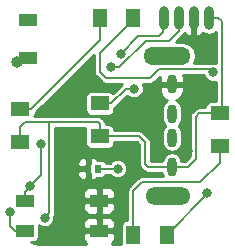
<source format=gbr>
G04 #@! TF.GenerationSoftware,KiCad,Pcbnew,(5.0.2)-1*
G04 #@! TF.CreationDate,2019-08-16T13:34:43+08:00*
G04 #@! TF.ProjectId,IRMQTT,49524d51-5454-42e6-9b69-6361645f7063,rev?*
G04 #@! TF.SameCoordinates,Original*
G04 #@! TF.FileFunction,Copper,L1,Top*
G04 #@! TF.FilePolarity,Positive*
%FSLAX46Y46*%
G04 Gerber Fmt 4.6, Leading zero omitted, Abs format (unit mm)*
G04 Created by KiCad (PCBNEW (5.0.2)-1) date 2019-08-16 13:34:43*
%MOMM*%
%LPD*%
G01*
G04 APERTURE LIST*
G04 #@! TA.AperFunction,SMDPad,CuDef*
%ADD10R,1.500000X1.000000*%
G04 #@! TD*
G04 #@! TA.AperFunction,SMDPad,CuDef*
%ADD11O,0.800000X2.000000*%
G04 #@! TD*
G04 #@! TA.AperFunction,SMDPad,CuDef*
%ADD12R,0.600000X0.650000*%
G04 #@! TD*
G04 #@! TA.AperFunction,ComponentPad*
%ADD13O,1.000000X1.000000*%
G04 #@! TD*
G04 #@! TA.AperFunction,SMDPad,CuDef*
%ADD14R,1.500000X1.100000*%
G04 #@! TD*
G04 #@! TA.AperFunction,SMDPad,CuDef*
%ADD15R,1.600000X1.200000*%
G04 #@! TD*
G04 #@! TA.AperFunction,SMDPad,CuDef*
%ADD16R,1.200000X1.600000*%
G04 #@! TD*
G04 #@! TA.AperFunction,ComponentPad*
%ADD17O,4.000000X1.500000*%
G04 #@! TD*
G04 #@! TA.AperFunction,ComponentPad*
%ADD18O,3.800000X1.500000*%
G04 #@! TD*
G04 #@! TA.AperFunction,ComponentPad*
%ADD19O,0.800000X1.600000*%
G04 #@! TD*
G04 #@! TA.AperFunction,ViaPad*
%ADD20C,0.800000*%
G04 #@! TD*
G04 #@! TA.AperFunction,Conductor*
%ADD21C,0.160000*%
G04 #@! TD*
G04 #@! TA.AperFunction,Conductor*
%ADD22C,0.300000*%
G04 #@! TD*
G04 #@! TA.AperFunction,Conductor*
%ADD23C,0.254000*%
G04 #@! TD*
G04 APERTURE END LIST*
D10*
G04 #@! TO.P,WI,1*
G04 #@! TO.N,Net-(U1-Pad1)*
X64739520Y-50728880D03*
G04 #@! TO.P,WI,2*
G04 #@! TO.N,Net-(WI1-Pad2)*
X64739520Y-47528880D03*
G04 #@! TD*
D11*
G04 #@! TO.P,J1,4*
G04 #@! TO.N,VCC*
X80068420Y-47355760D03*
G04 #@! TO.P,J1,3*
G04 #@! TO.N,GND*
X78798420Y-47355760D03*
G04 #@! TO.P,J1,2*
G04 #@! TO.N,TX*
X77528420Y-47355760D03*
G04 #@! TO.P,J1,1*
G04 #@! TO.N,RX*
X76258420Y-47355760D03*
G04 #@! TD*
D12*
G04 #@! TO.P,R3,1*
G04 #@! TO.N,D3*
X70696640Y-60104020D03*
G04 #@! TO.P,R3,2*
G04 #@! TO.N,GND*
X69846640Y-60104020D03*
G04 #@! TD*
D13*
G04 #@! TO.P,U1,1*
G04 #@! TO.N,Net-(U1-Pad1)*
X63792280Y-51071020D03*
G04 #@! TD*
D14*
G04 #@! TO.P,IRFT1,3*
G04 #@! TO.N,D5*
X64470280Y-62816740D03*
G04 #@! TO.P,IRFT1,2*
G04 #@! TO.N,GND*
X70770280Y-62816740D03*
G04 #@! TO.P,IRFT1,4*
G04 #@! TO.N,Net-(IRFT1-Pad4)*
X64470280Y-65356740D03*
G04 #@! TO.P,IRFT1,1*
G04 #@! TO.N,GND*
X70770280Y-65356740D03*
G04 #@! TD*
D15*
G04 #@! TO.P,D6,2*
G04 #@! TO.N,Net-(D4-Pad1)*
X81003140Y-58230420D03*
G04 #@! TO.P,D6,1*
G04 #@! TO.N,VCC*
X81003140Y-55430420D03*
G04 #@! TD*
D16*
G04 #@! TO.P,D4,1*
G04 #@! TO.N,Net-(D4-Pad1)*
X73685400Y-65699640D03*
G04 #@! TO.P,D4,2*
G04 #@! TO.N,Net-(D4-Pad2)*
X76485400Y-65699640D03*
G04 #@! TD*
G04 #@! TO.P,D3,2*
G04 #@! TO.N,Net-(D3-Pad2)*
X73617740Y-47386240D03*
G04 #@! TO.P,D3,1*
G04 #@! TO.N,Net-(D3-Pad1)*
X70817740Y-47386240D03*
G04 #@! TD*
D15*
G04 #@! TO.P,D5,2*
G04 #@! TO.N,Net-(D3-Pad1)*
X64076580Y-55020560D03*
G04 #@! TO.P,D5,1*
G04 #@! TO.N,VCC*
X64076580Y-57820560D03*
G04 #@! TD*
D17*
G04 #@! TO.P,J2,5*
G04 #@! TO.N,Net-(J2-Pad5)*
X76549980Y-50557940D03*
D18*
X76585540Y-62452760D03*
D19*
G04 #@! TO.P,J2,4*
G04 #@! TO.N,GND*
X76928980Y-52973600D03*
G04 #@! TO.P,J2,1*
G04 #@! TO.N,VCC*
X76928980Y-59973600D03*
G04 #@! TO.P,J2,3*
G04 #@! TO.N,Net-(J2-Pad3)*
X76928980Y-55473600D03*
G04 #@! TO.P,J2,2*
G04 #@! TO.N,Net-(J2-Pad2)*
X76928980Y-57473600D03*
G04 #@! TD*
D15*
G04 #@! TO.P,D2,2*
G04 #@! TO.N,Net-(D2-Pad2)*
X70832980Y-54583680D03*
G04 #@! TO.P,D2,1*
G04 #@! TO.N,VCC*
X70832980Y-57383680D03*
G04 #@! TD*
D20*
G04 #@! TO.N,GND*
X80225900Y-49212500D03*
X78285340Y-58613040D03*
X69011800Y-55181500D03*
X73685400Y-58488580D03*
X68089780Y-63119000D03*
G04 #@! TO.N,VCC*
X66161920Y-64244220D03*
G04 #@! TO.N,Net-(D3-Pad2)*
X80462120Y-51963320D03*
G04 #@! TO.N,Net-(D4-Pad2)*
X79903320Y-62136020D03*
G04 #@! TO.N,Net-(D2-Pad2)*
X73728580Y-53334920D03*
G04 #@! TO.N,D5*
X65839340Y-57988200D03*
X64930020Y-61597539D03*
G04 #@! TO.N,Net-(IRFT1-Pad4)*
X63262095Y-63754142D03*
G04 #@! TO.N,TX*
X71777860Y-51495960D03*
G04 #@! TO.N,RX*
X72621140Y-50360592D03*
G04 #@! TO.N,D3*
X72339200Y-60096400D03*
G04 #@! TD*
D21*
G04 #@! TO.N,VCC*
X74670920Y-59717940D02*
X74926580Y-59973600D01*
X66561919Y-63844221D02*
X66561919Y-56180939D01*
X74926580Y-59973600D02*
X78281140Y-59973600D01*
X81142121Y-55291439D02*
X81003140Y-55430420D01*
X70660260Y-56156860D02*
X70832980Y-56329580D01*
X74162920Y-57383680D02*
X74670920Y-57891680D01*
X70832980Y-56329580D02*
X70832980Y-57383680D01*
X77342120Y-59973600D02*
X77081380Y-59973600D01*
X66161920Y-64244220D02*
X66561919Y-63844221D01*
X79253080Y-55430420D02*
X81003140Y-55430420D01*
X78966060Y-55717440D02*
X79253080Y-55430420D01*
X70832980Y-57383680D02*
X74162920Y-57383680D01*
X74670920Y-57891680D02*
X74670920Y-59717940D01*
X78966060Y-59288680D02*
X78966060Y-55717440D01*
X64472820Y-56156860D02*
X66537840Y-56156860D01*
X64076580Y-57820560D02*
X64076580Y-56553100D01*
X81142121Y-47639521D02*
X81142121Y-55291439D01*
X66561919Y-56180939D02*
X66537840Y-56156860D01*
X79728060Y-47365920D02*
X80868520Y-47365920D01*
X80868520Y-47365920D02*
X81142121Y-47639521D01*
X64076580Y-56553100D02*
X64472820Y-56156860D01*
X78281140Y-59973600D02*
X78966060Y-59288680D01*
X66537840Y-56156860D02*
X70660260Y-56156860D01*
X80803140Y-55430420D02*
X81003140Y-55430420D01*
D22*
G04 #@! TO.N,Net-(U1-Pad1)*
X64051540Y-51071020D02*
X64648080Y-50474480D01*
X63792280Y-51071020D02*
X64051540Y-51071020D01*
D21*
G04 #@! TO.N,Net-(D3-Pad2)*
X80462120Y-51963320D02*
X80195420Y-51696620D01*
X73617740Y-47526167D02*
X73617740Y-47386240D01*
X70830440Y-50313467D02*
X73617740Y-47526167D01*
X80195420Y-51696620D02*
X75834240Y-51696620D01*
X70830440Y-51892200D02*
X70830440Y-50313467D01*
X75087480Y-52443380D02*
X71381620Y-52443380D01*
X75834240Y-51696620D02*
X75087480Y-52443380D01*
X71381620Y-52443380D02*
X70830440Y-51892200D01*
G04 #@! TO.N,Net-(D3-Pad1)*
X64076580Y-55020560D02*
X63916560Y-54860540D01*
X65045240Y-55020560D02*
X64076580Y-55020560D01*
X70827023Y-49238777D02*
X65045240Y-55020560D01*
X70827023Y-47395523D02*
X70827023Y-49238777D01*
X63916560Y-54860540D02*
X63916560Y-54675120D01*
X70817740Y-47386240D02*
X70827023Y-47395523D01*
G04 #@! TO.N,Net-(D4-Pad1)*
X73685400Y-61963300D02*
X74404220Y-61244480D01*
X81003140Y-59596020D02*
X81003140Y-58230420D01*
X79354680Y-61244480D02*
X81003140Y-59596020D01*
X74404220Y-61244480D02*
X79354680Y-61244480D01*
X74033380Y-65664080D02*
X73685400Y-65664080D01*
X73685400Y-65664080D02*
X73685400Y-61963300D01*
G04 #@! TO.N,Net-(D4-Pad2)*
X76485400Y-65699640D02*
X79903320Y-62281720D01*
X79903320Y-62136020D02*
X79903320Y-62136020D01*
X79903320Y-62281720D02*
X79903320Y-62136020D01*
G04 #@! TO.N,Net-(D2-Pad2)*
X73728580Y-53334920D02*
X73797160Y-53334920D01*
X71792980Y-54583680D02*
X73041740Y-53334920D01*
X70832980Y-54583680D02*
X71792980Y-54583680D01*
X73041740Y-53334920D02*
X73728580Y-53334920D01*
G04 #@! TO.N,D5*
X64470280Y-62816740D02*
X64470280Y-62057279D01*
X64470280Y-62057279D02*
X64930020Y-61597539D01*
X64930020Y-61597539D02*
X65852040Y-60675519D01*
X65852040Y-60675519D02*
X65852040Y-58000900D01*
X65852040Y-58000900D02*
X65839340Y-57988200D01*
G04 #@! TO.N,Net-(IRFT1-Pad4)*
X63262095Y-63754142D02*
X63262095Y-64948655D01*
X63262095Y-64948655D02*
X63670180Y-65356740D01*
X63670180Y-65356740D02*
X64470280Y-65356740D01*
G04 #@! TO.N,TX*
X74730009Y-49262631D02*
X72499220Y-51493420D01*
X77528420Y-48420020D02*
X76685809Y-49262631D01*
X71780400Y-51493420D02*
X71777860Y-51495960D01*
X72499220Y-51493420D02*
X71780400Y-51493420D01*
X76685809Y-49262631D02*
X74730009Y-49262631D01*
X77528420Y-47365920D02*
X77528420Y-48420020D01*
G04 #@! TO.N,RX*
X75836780Y-48902620D02*
X74079112Y-48902620D01*
X76258420Y-47355760D02*
X76172060Y-47442120D01*
X76172060Y-47442120D02*
X76172060Y-48567340D01*
X74079112Y-48902620D02*
X72621140Y-50360592D01*
X76172060Y-48567340D02*
X75836780Y-48902620D01*
G04 #@! TO.N,D3*
X70696640Y-60104020D02*
X72331580Y-60104020D01*
X72331580Y-60104020D02*
X72339200Y-60096400D01*
X72339200Y-60096400D02*
X72339200Y-60096400D01*
G04 #@! TD*
D23*
G04 #@! TO.N,GND*
G36*
X69597615Y-56783680D02*
X69597615Y-57983680D01*
X69630755Y-58150287D01*
X69725130Y-58291530D01*
X69866373Y-58385905D01*
X70032980Y-58419045D01*
X71632980Y-58419045D01*
X71799587Y-58385905D01*
X71940830Y-58291530D01*
X72035205Y-58150287D01*
X72068345Y-57983680D01*
X72068345Y-57890680D01*
X73952914Y-57890680D01*
X74163920Y-58101686D01*
X74163921Y-59668009D01*
X74153989Y-59717940D01*
X74163921Y-59767872D01*
X74166498Y-59780825D01*
X74193338Y-59915761D01*
X74223931Y-59961546D01*
X74305395Y-60083466D01*
X74347725Y-60111750D01*
X74532768Y-60296793D01*
X74561054Y-60339126D01*
X74728759Y-60451183D01*
X74876648Y-60480600D01*
X74876653Y-60480600D01*
X74926580Y-60490531D01*
X74976507Y-60480600D01*
X76107063Y-60480600D01*
X76149964Y-60696278D01*
X76177494Y-60737480D01*
X74454147Y-60737480D01*
X74404220Y-60727549D01*
X74354293Y-60737480D01*
X74354288Y-60737480D01*
X74206399Y-60766897D01*
X74038694Y-60878954D01*
X74010410Y-60921284D01*
X73362205Y-61569490D01*
X73319875Y-61597774D01*
X73207818Y-61765479D01*
X73188119Y-61864515D01*
X73168469Y-61963300D01*
X73178401Y-62013231D01*
X73178400Y-64464275D01*
X73085400Y-64464275D01*
X72918793Y-64497415D01*
X72777550Y-64591790D01*
X72683175Y-64733033D01*
X72650035Y-64899640D01*
X72650035Y-66447320D01*
X71874539Y-66447320D01*
X71879978Y-66445067D01*
X72058607Y-66266439D01*
X72155280Y-66033050D01*
X72155280Y-65642490D01*
X71996530Y-65483740D01*
X70897280Y-65483740D01*
X70897280Y-65503740D01*
X70643280Y-65503740D01*
X70643280Y-65483740D01*
X69544030Y-65483740D01*
X69385280Y-65642490D01*
X69385280Y-66033050D01*
X69481953Y-66266439D01*
X69660582Y-66445067D01*
X69666021Y-66447320D01*
X65585574Y-66447320D01*
X65015714Y-66342105D01*
X65220280Y-66342105D01*
X65386887Y-66308965D01*
X65528130Y-66214590D01*
X65622505Y-66073347D01*
X65655645Y-65906740D01*
X65655645Y-64907500D01*
X65693462Y-64945317D01*
X65997419Y-65071220D01*
X66326421Y-65071220D01*
X66630378Y-64945317D01*
X66863017Y-64712678D01*
X66876374Y-64680430D01*
X69385280Y-64680430D01*
X69385280Y-65070990D01*
X69544030Y-65229740D01*
X70643280Y-65229740D01*
X70643280Y-64330490D01*
X70897280Y-64330490D01*
X70897280Y-65229740D01*
X71996530Y-65229740D01*
X72155280Y-65070990D01*
X72155280Y-64680430D01*
X72058607Y-64447041D01*
X71879978Y-64268413D01*
X71646589Y-64171740D01*
X71056030Y-64171740D01*
X70897280Y-64330490D01*
X70643280Y-64330490D01*
X70484530Y-64171740D01*
X69893971Y-64171740D01*
X69660582Y-64268413D01*
X69481953Y-64447041D01*
X69385280Y-64680430D01*
X66876374Y-64680430D01*
X66988920Y-64408721D01*
X66988920Y-64117743D01*
X67039502Y-64042042D01*
X67068919Y-63894153D01*
X67068919Y-63894149D01*
X67078850Y-63844222D01*
X67068919Y-63794295D01*
X67068919Y-63102490D01*
X69385280Y-63102490D01*
X69385280Y-63493050D01*
X69481953Y-63726439D01*
X69660582Y-63905067D01*
X69893971Y-64001740D01*
X70484530Y-64001740D01*
X70643280Y-63842990D01*
X70643280Y-62943740D01*
X70897280Y-62943740D01*
X70897280Y-63842990D01*
X71056030Y-64001740D01*
X71646589Y-64001740D01*
X71879978Y-63905067D01*
X72058607Y-63726439D01*
X72155280Y-63493050D01*
X72155280Y-63102490D01*
X71996530Y-62943740D01*
X70897280Y-62943740D01*
X70643280Y-62943740D01*
X69544030Y-62943740D01*
X69385280Y-63102490D01*
X67068919Y-63102490D01*
X67068919Y-62140430D01*
X69385280Y-62140430D01*
X69385280Y-62530990D01*
X69544030Y-62689740D01*
X70643280Y-62689740D01*
X70643280Y-61790490D01*
X70897280Y-61790490D01*
X70897280Y-62689740D01*
X71996530Y-62689740D01*
X72155280Y-62530990D01*
X72155280Y-62140430D01*
X72058607Y-61907041D01*
X71879978Y-61728413D01*
X71646589Y-61631740D01*
X71056030Y-61631740D01*
X70897280Y-61790490D01*
X70643280Y-61790490D01*
X70484530Y-61631740D01*
X69893971Y-61631740D01*
X69660582Y-61728413D01*
X69481953Y-61907041D01*
X69385280Y-62140430D01*
X67068919Y-62140430D01*
X67068919Y-60389770D01*
X68911640Y-60389770D01*
X68911640Y-60555330D01*
X69008313Y-60788719D01*
X69186942Y-60967347D01*
X69420331Y-61064020D01*
X69560890Y-61064020D01*
X69719640Y-60905270D01*
X69719640Y-60231020D01*
X69070390Y-60231020D01*
X68911640Y-60389770D01*
X67068919Y-60389770D01*
X67068919Y-59652710D01*
X68911640Y-59652710D01*
X68911640Y-59818270D01*
X69070390Y-59977020D01*
X69719640Y-59977020D01*
X69719640Y-59779020D01*
X69961275Y-59779020D01*
X69961275Y-60429020D01*
X69973640Y-60491183D01*
X69973640Y-60905270D01*
X70132390Y-61064020D01*
X70272949Y-61064020D01*
X70506338Y-60967347D01*
X70609301Y-60864385D01*
X70996640Y-60864385D01*
X71163247Y-60831245D01*
X71304490Y-60736870D01*
X71388580Y-60611020D01*
X71684265Y-60611020D01*
X71870742Y-60797497D01*
X72174699Y-60923400D01*
X72503701Y-60923400D01*
X72807658Y-60797497D01*
X73040297Y-60564858D01*
X73166200Y-60260901D01*
X73166200Y-59931899D01*
X73040297Y-59627942D01*
X72807658Y-59395303D01*
X72503701Y-59269400D01*
X72174699Y-59269400D01*
X71870742Y-59395303D01*
X71669025Y-59597020D01*
X71388580Y-59597020D01*
X71304490Y-59471170D01*
X71163247Y-59376795D01*
X70996640Y-59343655D01*
X70609301Y-59343655D01*
X70506338Y-59240693D01*
X70272949Y-59144020D01*
X70132390Y-59144020D01*
X69973640Y-59302770D01*
X69973640Y-59716857D01*
X69961275Y-59779020D01*
X69719640Y-59779020D01*
X69719640Y-59302770D01*
X69560890Y-59144020D01*
X69420331Y-59144020D01*
X69186942Y-59240693D01*
X69008313Y-59419321D01*
X68911640Y-59652710D01*
X67068919Y-59652710D01*
X67068919Y-56663860D01*
X69621449Y-56663860D01*
X69597615Y-56783680D01*
X69597615Y-56783680D01*
G37*
X69597615Y-56783680D02*
X69597615Y-57983680D01*
X69630755Y-58150287D01*
X69725130Y-58291530D01*
X69866373Y-58385905D01*
X70032980Y-58419045D01*
X71632980Y-58419045D01*
X71799587Y-58385905D01*
X71940830Y-58291530D01*
X72035205Y-58150287D01*
X72068345Y-57983680D01*
X72068345Y-57890680D01*
X73952914Y-57890680D01*
X74163920Y-58101686D01*
X74163921Y-59668009D01*
X74153989Y-59717940D01*
X74163921Y-59767872D01*
X74166498Y-59780825D01*
X74193338Y-59915761D01*
X74223931Y-59961546D01*
X74305395Y-60083466D01*
X74347725Y-60111750D01*
X74532768Y-60296793D01*
X74561054Y-60339126D01*
X74728759Y-60451183D01*
X74876648Y-60480600D01*
X74876653Y-60480600D01*
X74926580Y-60490531D01*
X74976507Y-60480600D01*
X76107063Y-60480600D01*
X76149964Y-60696278D01*
X76177494Y-60737480D01*
X74454147Y-60737480D01*
X74404220Y-60727549D01*
X74354293Y-60737480D01*
X74354288Y-60737480D01*
X74206399Y-60766897D01*
X74038694Y-60878954D01*
X74010410Y-60921284D01*
X73362205Y-61569490D01*
X73319875Y-61597774D01*
X73207818Y-61765479D01*
X73188119Y-61864515D01*
X73168469Y-61963300D01*
X73178401Y-62013231D01*
X73178400Y-64464275D01*
X73085400Y-64464275D01*
X72918793Y-64497415D01*
X72777550Y-64591790D01*
X72683175Y-64733033D01*
X72650035Y-64899640D01*
X72650035Y-66447320D01*
X71874539Y-66447320D01*
X71879978Y-66445067D01*
X72058607Y-66266439D01*
X72155280Y-66033050D01*
X72155280Y-65642490D01*
X71996530Y-65483740D01*
X70897280Y-65483740D01*
X70897280Y-65503740D01*
X70643280Y-65503740D01*
X70643280Y-65483740D01*
X69544030Y-65483740D01*
X69385280Y-65642490D01*
X69385280Y-66033050D01*
X69481953Y-66266439D01*
X69660582Y-66445067D01*
X69666021Y-66447320D01*
X65585574Y-66447320D01*
X65015714Y-66342105D01*
X65220280Y-66342105D01*
X65386887Y-66308965D01*
X65528130Y-66214590D01*
X65622505Y-66073347D01*
X65655645Y-65906740D01*
X65655645Y-64907500D01*
X65693462Y-64945317D01*
X65997419Y-65071220D01*
X66326421Y-65071220D01*
X66630378Y-64945317D01*
X66863017Y-64712678D01*
X66876374Y-64680430D01*
X69385280Y-64680430D01*
X69385280Y-65070990D01*
X69544030Y-65229740D01*
X70643280Y-65229740D01*
X70643280Y-64330490D01*
X70897280Y-64330490D01*
X70897280Y-65229740D01*
X71996530Y-65229740D01*
X72155280Y-65070990D01*
X72155280Y-64680430D01*
X72058607Y-64447041D01*
X71879978Y-64268413D01*
X71646589Y-64171740D01*
X71056030Y-64171740D01*
X70897280Y-64330490D01*
X70643280Y-64330490D01*
X70484530Y-64171740D01*
X69893971Y-64171740D01*
X69660582Y-64268413D01*
X69481953Y-64447041D01*
X69385280Y-64680430D01*
X66876374Y-64680430D01*
X66988920Y-64408721D01*
X66988920Y-64117743D01*
X67039502Y-64042042D01*
X67068919Y-63894153D01*
X67068919Y-63894149D01*
X67078850Y-63844222D01*
X67068919Y-63794295D01*
X67068919Y-63102490D01*
X69385280Y-63102490D01*
X69385280Y-63493050D01*
X69481953Y-63726439D01*
X69660582Y-63905067D01*
X69893971Y-64001740D01*
X70484530Y-64001740D01*
X70643280Y-63842990D01*
X70643280Y-62943740D01*
X70897280Y-62943740D01*
X70897280Y-63842990D01*
X71056030Y-64001740D01*
X71646589Y-64001740D01*
X71879978Y-63905067D01*
X72058607Y-63726439D01*
X72155280Y-63493050D01*
X72155280Y-63102490D01*
X71996530Y-62943740D01*
X70897280Y-62943740D01*
X70643280Y-62943740D01*
X69544030Y-62943740D01*
X69385280Y-63102490D01*
X67068919Y-63102490D01*
X67068919Y-62140430D01*
X69385280Y-62140430D01*
X69385280Y-62530990D01*
X69544030Y-62689740D01*
X70643280Y-62689740D01*
X70643280Y-61790490D01*
X70897280Y-61790490D01*
X70897280Y-62689740D01*
X71996530Y-62689740D01*
X72155280Y-62530990D01*
X72155280Y-62140430D01*
X72058607Y-61907041D01*
X71879978Y-61728413D01*
X71646589Y-61631740D01*
X71056030Y-61631740D01*
X70897280Y-61790490D01*
X70643280Y-61790490D01*
X70484530Y-61631740D01*
X69893971Y-61631740D01*
X69660582Y-61728413D01*
X69481953Y-61907041D01*
X69385280Y-62140430D01*
X67068919Y-62140430D01*
X67068919Y-60389770D01*
X68911640Y-60389770D01*
X68911640Y-60555330D01*
X69008313Y-60788719D01*
X69186942Y-60967347D01*
X69420331Y-61064020D01*
X69560890Y-61064020D01*
X69719640Y-60905270D01*
X69719640Y-60231020D01*
X69070390Y-60231020D01*
X68911640Y-60389770D01*
X67068919Y-60389770D01*
X67068919Y-59652710D01*
X68911640Y-59652710D01*
X68911640Y-59818270D01*
X69070390Y-59977020D01*
X69719640Y-59977020D01*
X69719640Y-59779020D01*
X69961275Y-59779020D01*
X69961275Y-60429020D01*
X69973640Y-60491183D01*
X69973640Y-60905270D01*
X70132390Y-61064020D01*
X70272949Y-61064020D01*
X70506338Y-60967347D01*
X70609301Y-60864385D01*
X70996640Y-60864385D01*
X71163247Y-60831245D01*
X71304490Y-60736870D01*
X71388580Y-60611020D01*
X71684265Y-60611020D01*
X71870742Y-60797497D01*
X72174699Y-60923400D01*
X72503701Y-60923400D01*
X72807658Y-60797497D01*
X73040297Y-60564858D01*
X73166200Y-60260901D01*
X73166200Y-59931899D01*
X73040297Y-59627942D01*
X72807658Y-59395303D01*
X72503701Y-59269400D01*
X72174699Y-59269400D01*
X71870742Y-59395303D01*
X71669025Y-59597020D01*
X71388580Y-59597020D01*
X71304490Y-59471170D01*
X71163247Y-59376795D01*
X70996640Y-59343655D01*
X70609301Y-59343655D01*
X70506338Y-59240693D01*
X70272949Y-59144020D01*
X70132390Y-59144020D01*
X69973640Y-59302770D01*
X69973640Y-59716857D01*
X69961275Y-59779020D01*
X69719640Y-59779020D01*
X69719640Y-59302770D01*
X69560890Y-59144020D01*
X69420331Y-59144020D01*
X69186942Y-59240693D01*
X69008313Y-59419321D01*
X68911640Y-59652710D01*
X67068919Y-59652710D01*
X67068919Y-56663860D01*
X69621449Y-56663860D01*
X69597615Y-56783680D01*
G36*
X70323440Y-51842273D02*
X70313509Y-51892200D01*
X70323440Y-51942127D01*
X70323440Y-51942131D01*
X70352857Y-52090020D01*
X70464914Y-52257726D01*
X70507246Y-52286012D01*
X70987811Y-52766578D01*
X71016094Y-52808906D01*
X71058421Y-52837188D01*
X71058423Y-52837190D01*
X71141025Y-52892383D01*
X71183799Y-52920963D01*
X71331688Y-52950380D01*
X71331692Y-52950380D01*
X71381619Y-52960311D01*
X71431546Y-52950380D01*
X72704670Y-52950380D01*
X72676214Y-52969394D01*
X72647932Y-53011721D01*
X71958051Y-53701603D01*
X71940830Y-53675830D01*
X71799587Y-53581455D01*
X71632980Y-53548315D01*
X70032980Y-53548315D01*
X69866373Y-53581455D01*
X69725130Y-53675830D01*
X69630755Y-53817073D01*
X69597615Y-53983680D01*
X69597615Y-55183680D01*
X69630755Y-55350287D01*
X69725130Y-55491530D01*
X69866373Y-55585905D01*
X70032980Y-55619045D01*
X71632980Y-55619045D01*
X71799587Y-55585905D01*
X71940830Y-55491530D01*
X72035205Y-55350287D01*
X72068345Y-55183680D01*
X72068345Y-55009450D01*
X72158506Y-54949206D01*
X72186792Y-54906873D01*
X73158886Y-53934781D01*
X73260122Y-54036017D01*
X73564079Y-54161920D01*
X73893081Y-54161920D01*
X74197038Y-54036017D01*
X74429677Y-53803378D01*
X74555580Y-53499421D01*
X74555580Y-53170419D01*
X74526661Y-53100600D01*
X75893980Y-53100600D01*
X75893980Y-53500600D01*
X76021365Y-53887010D01*
X76286927Y-54195258D01*
X76557861Y-54326952D01*
X76332748Y-54477367D01*
X76149965Y-54750921D01*
X76101980Y-54992152D01*
X76101980Y-55955047D01*
X76149964Y-56196278D01*
X76332747Y-56469833D01*
X76338385Y-56473600D01*
X76332748Y-56477367D01*
X76149965Y-56750921D01*
X76101980Y-56992152D01*
X76101980Y-57955047D01*
X76149964Y-58196278D01*
X76332747Y-58469833D01*
X76606301Y-58652616D01*
X76928980Y-58716801D01*
X77251658Y-58652616D01*
X77525213Y-58469833D01*
X77707996Y-58196279D01*
X77755980Y-57955048D01*
X77755980Y-56992152D01*
X77707996Y-56750921D01*
X77525213Y-56477367D01*
X77519575Y-56473600D01*
X77525213Y-56469833D01*
X77707996Y-56196279D01*
X77755980Y-55955048D01*
X77755980Y-54992152D01*
X77707996Y-54750921D01*
X77525213Y-54477367D01*
X77300100Y-54326951D01*
X77571033Y-54195258D01*
X77836595Y-53887010D01*
X77963980Y-53500600D01*
X77963980Y-53100600D01*
X77055980Y-53100600D01*
X77055980Y-53120600D01*
X76801980Y-53120600D01*
X76801980Y-53100600D01*
X75893980Y-53100600D01*
X74526661Y-53100600D01*
X74464437Y-52950380D01*
X75037553Y-52950380D01*
X75087480Y-52960311D01*
X75137407Y-52950380D01*
X75137412Y-52950380D01*
X75285301Y-52920963D01*
X75453006Y-52808906D01*
X75481292Y-52766573D01*
X75939576Y-52308290D01*
X75893980Y-52446600D01*
X75893980Y-52846600D01*
X76801980Y-52846600D01*
X76801980Y-52826600D01*
X77055980Y-52826600D01*
X77055980Y-52846600D01*
X77963980Y-52846600D01*
X77963980Y-52446600D01*
X77883879Y-52203620D01*
X79666517Y-52203620D01*
X79761023Y-52431778D01*
X79993662Y-52664417D01*
X80297619Y-52790320D01*
X80626621Y-52790320D01*
X80635122Y-52786799D01*
X80635122Y-54395055D01*
X80203140Y-54395055D01*
X80036533Y-54428195D01*
X79895290Y-54522570D01*
X79800915Y-54663813D01*
X79767775Y-54830420D01*
X79767775Y-54923420D01*
X79303012Y-54923420D01*
X79253080Y-54913488D01*
X79055258Y-54952837D01*
X79018363Y-54977490D01*
X78887554Y-55064894D01*
X78859268Y-55107227D01*
X78642865Y-55323630D01*
X78600535Y-55351914D01*
X78572251Y-55394244D01*
X78572250Y-55394245D01*
X78488478Y-55519619D01*
X78449129Y-55717440D01*
X78459061Y-55767371D01*
X78459060Y-59078674D01*
X78071135Y-59466600D01*
X77750897Y-59466600D01*
X77707996Y-59250921D01*
X77525213Y-58977367D01*
X77251659Y-58794584D01*
X76928980Y-58730399D01*
X76606302Y-58794584D01*
X76332748Y-58977367D01*
X76149965Y-59250921D01*
X76107063Y-59466600D01*
X75177920Y-59466600D01*
X75177920Y-57941606D01*
X75187851Y-57891679D01*
X75177920Y-57841752D01*
X75177920Y-57841748D01*
X75148503Y-57693859D01*
X75109425Y-57635374D01*
X75064730Y-57568483D01*
X75064728Y-57568481D01*
X75036446Y-57526154D01*
X74994119Y-57497872D01*
X74556732Y-57060486D01*
X74528446Y-57018154D01*
X74360741Y-56906097D01*
X74212852Y-56876680D01*
X74212847Y-56876680D01*
X74162920Y-56866749D01*
X74112993Y-56876680D01*
X72068345Y-56876680D01*
X72068345Y-56783680D01*
X72035205Y-56617073D01*
X71940830Y-56475830D01*
X71799587Y-56381455D01*
X71632980Y-56348315D01*
X71346184Y-56348315D01*
X71349911Y-56329580D01*
X71339980Y-56279653D01*
X71339980Y-56279648D01*
X71310563Y-56131759D01*
X71198506Y-55964054D01*
X71156173Y-55935768D01*
X71054072Y-55833667D01*
X71025786Y-55791334D01*
X70858081Y-55679277D01*
X70710192Y-55649860D01*
X70710187Y-55649860D01*
X70660260Y-55639929D01*
X70610333Y-55649860D01*
X66587767Y-55649860D01*
X66537840Y-55639929D01*
X66487913Y-55649860D01*
X65306117Y-55649860D01*
X65311945Y-55620560D01*
X65311945Y-55452116D01*
X65410766Y-55386086D01*
X65439052Y-55343753D01*
X70323441Y-50459365D01*
X70323440Y-51842273D01*
X70323440Y-51842273D01*
G37*
X70323440Y-51842273D02*
X70313509Y-51892200D01*
X70323440Y-51942127D01*
X70323440Y-51942131D01*
X70352857Y-52090020D01*
X70464914Y-52257726D01*
X70507246Y-52286012D01*
X70987811Y-52766578D01*
X71016094Y-52808906D01*
X71058421Y-52837188D01*
X71058423Y-52837190D01*
X71141025Y-52892383D01*
X71183799Y-52920963D01*
X71331688Y-52950380D01*
X71331692Y-52950380D01*
X71381619Y-52960311D01*
X71431546Y-52950380D01*
X72704670Y-52950380D01*
X72676214Y-52969394D01*
X72647932Y-53011721D01*
X71958051Y-53701603D01*
X71940830Y-53675830D01*
X71799587Y-53581455D01*
X71632980Y-53548315D01*
X70032980Y-53548315D01*
X69866373Y-53581455D01*
X69725130Y-53675830D01*
X69630755Y-53817073D01*
X69597615Y-53983680D01*
X69597615Y-55183680D01*
X69630755Y-55350287D01*
X69725130Y-55491530D01*
X69866373Y-55585905D01*
X70032980Y-55619045D01*
X71632980Y-55619045D01*
X71799587Y-55585905D01*
X71940830Y-55491530D01*
X72035205Y-55350287D01*
X72068345Y-55183680D01*
X72068345Y-55009450D01*
X72158506Y-54949206D01*
X72186792Y-54906873D01*
X73158886Y-53934781D01*
X73260122Y-54036017D01*
X73564079Y-54161920D01*
X73893081Y-54161920D01*
X74197038Y-54036017D01*
X74429677Y-53803378D01*
X74555580Y-53499421D01*
X74555580Y-53170419D01*
X74526661Y-53100600D01*
X75893980Y-53100600D01*
X75893980Y-53500600D01*
X76021365Y-53887010D01*
X76286927Y-54195258D01*
X76557861Y-54326952D01*
X76332748Y-54477367D01*
X76149965Y-54750921D01*
X76101980Y-54992152D01*
X76101980Y-55955047D01*
X76149964Y-56196278D01*
X76332747Y-56469833D01*
X76338385Y-56473600D01*
X76332748Y-56477367D01*
X76149965Y-56750921D01*
X76101980Y-56992152D01*
X76101980Y-57955047D01*
X76149964Y-58196278D01*
X76332747Y-58469833D01*
X76606301Y-58652616D01*
X76928980Y-58716801D01*
X77251658Y-58652616D01*
X77525213Y-58469833D01*
X77707996Y-58196279D01*
X77755980Y-57955048D01*
X77755980Y-56992152D01*
X77707996Y-56750921D01*
X77525213Y-56477367D01*
X77519575Y-56473600D01*
X77525213Y-56469833D01*
X77707996Y-56196279D01*
X77755980Y-55955048D01*
X77755980Y-54992152D01*
X77707996Y-54750921D01*
X77525213Y-54477367D01*
X77300100Y-54326951D01*
X77571033Y-54195258D01*
X77836595Y-53887010D01*
X77963980Y-53500600D01*
X77963980Y-53100600D01*
X77055980Y-53100600D01*
X77055980Y-53120600D01*
X76801980Y-53120600D01*
X76801980Y-53100600D01*
X75893980Y-53100600D01*
X74526661Y-53100600D01*
X74464437Y-52950380D01*
X75037553Y-52950380D01*
X75087480Y-52960311D01*
X75137407Y-52950380D01*
X75137412Y-52950380D01*
X75285301Y-52920963D01*
X75453006Y-52808906D01*
X75481292Y-52766573D01*
X75939576Y-52308290D01*
X75893980Y-52446600D01*
X75893980Y-52846600D01*
X76801980Y-52846600D01*
X76801980Y-52826600D01*
X77055980Y-52826600D01*
X77055980Y-52846600D01*
X77963980Y-52846600D01*
X77963980Y-52446600D01*
X77883879Y-52203620D01*
X79666517Y-52203620D01*
X79761023Y-52431778D01*
X79993662Y-52664417D01*
X80297619Y-52790320D01*
X80626621Y-52790320D01*
X80635122Y-52786799D01*
X80635122Y-54395055D01*
X80203140Y-54395055D01*
X80036533Y-54428195D01*
X79895290Y-54522570D01*
X79800915Y-54663813D01*
X79767775Y-54830420D01*
X79767775Y-54923420D01*
X79303012Y-54923420D01*
X79253080Y-54913488D01*
X79055258Y-54952837D01*
X79018363Y-54977490D01*
X78887554Y-55064894D01*
X78859268Y-55107227D01*
X78642865Y-55323630D01*
X78600535Y-55351914D01*
X78572251Y-55394244D01*
X78572250Y-55394245D01*
X78488478Y-55519619D01*
X78449129Y-55717440D01*
X78459061Y-55767371D01*
X78459060Y-59078674D01*
X78071135Y-59466600D01*
X77750897Y-59466600D01*
X77707996Y-59250921D01*
X77525213Y-58977367D01*
X77251659Y-58794584D01*
X76928980Y-58730399D01*
X76606302Y-58794584D01*
X76332748Y-58977367D01*
X76149965Y-59250921D01*
X76107063Y-59466600D01*
X75177920Y-59466600D01*
X75177920Y-57941606D01*
X75187851Y-57891679D01*
X75177920Y-57841752D01*
X75177920Y-57841748D01*
X75148503Y-57693859D01*
X75109425Y-57635374D01*
X75064730Y-57568483D01*
X75064728Y-57568481D01*
X75036446Y-57526154D01*
X74994119Y-57497872D01*
X74556732Y-57060486D01*
X74528446Y-57018154D01*
X74360741Y-56906097D01*
X74212852Y-56876680D01*
X74212847Y-56876680D01*
X74162920Y-56866749D01*
X74112993Y-56876680D01*
X72068345Y-56876680D01*
X72068345Y-56783680D01*
X72035205Y-56617073D01*
X71940830Y-56475830D01*
X71799587Y-56381455D01*
X71632980Y-56348315D01*
X71346184Y-56348315D01*
X71349911Y-56329580D01*
X71339980Y-56279653D01*
X71339980Y-56279648D01*
X71310563Y-56131759D01*
X71198506Y-55964054D01*
X71156173Y-55935768D01*
X71054072Y-55833667D01*
X71025786Y-55791334D01*
X70858081Y-55679277D01*
X70710192Y-55649860D01*
X70710187Y-55649860D01*
X70660260Y-55639929D01*
X70610333Y-55649860D01*
X66587767Y-55649860D01*
X66537840Y-55639929D01*
X66487913Y-55649860D01*
X65306117Y-55649860D01*
X65311945Y-55620560D01*
X65311945Y-55452116D01*
X65410766Y-55386086D01*
X65439052Y-55343753D01*
X70323441Y-50459365D01*
X70323440Y-51842273D01*
G36*
X78925420Y-47228760D02*
X78945420Y-47228760D01*
X78945420Y-47482760D01*
X78925420Y-47482760D01*
X78925420Y-48822758D01*
X79084543Y-48950426D01*
X79440473Y-48777418D01*
X79575316Y-48620901D01*
X79745742Y-48734776D01*
X80068420Y-48798961D01*
X80391099Y-48734776D01*
X80635121Y-48571726D01*
X80635121Y-51139841D01*
X80626621Y-51136320D01*
X80297619Y-51136320D01*
X80190604Y-51180647D01*
X80145493Y-51189620D01*
X78793470Y-51189620D01*
X78908689Y-51017182D01*
X79000038Y-50557940D01*
X78908689Y-50098698D01*
X78648549Y-49709371D01*
X78259222Y-49449231D01*
X77915900Y-49380940D01*
X77284505Y-49380940D01*
X77851616Y-48813830D01*
X77893946Y-48785546D01*
X77989790Y-48642106D01*
X78021525Y-48620901D01*
X78156367Y-48777418D01*
X78512297Y-48950426D01*
X78671420Y-48822758D01*
X78671420Y-47482760D01*
X78651420Y-47482760D01*
X78651420Y-47228760D01*
X78671420Y-47228760D01*
X78671420Y-47208760D01*
X78925420Y-47208760D01*
X78925420Y-47228760D01*
X78925420Y-47228760D01*
G37*
X78925420Y-47228760D02*
X78945420Y-47228760D01*
X78945420Y-47482760D01*
X78925420Y-47482760D01*
X78925420Y-48822758D01*
X79084543Y-48950426D01*
X79440473Y-48777418D01*
X79575316Y-48620901D01*
X79745742Y-48734776D01*
X80068420Y-48798961D01*
X80391099Y-48734776D01*
X80635121Y-48571726D01*
X80635121Y-51139841D01*
X80626621Y-51136320D01*
X80297619Y-51136320D01*
X80190604Y-51180647D01*
X80145493Y-51189620D01*
X78793470Y-51189620D01*
X78908689Y-51017182D01*
X79000038Y-50557940D01*
X78908689Y-50098698D01*
X78648549Y-49709371D01*
X78259222Y-49449231D01*
X77915900Y-49380940D01*
X77284505Y-49380940D01*
X77851616Y-48813830D01*
X77893946Y-48785546D01*
X77989790Y-48642106D01*
X78021525Y-48620901D01*
X78156367Y-48777418D01*
X78512297Y-48950426D01*
X78671420Y-48822758D01*
X78671420Y-47482760D01*
X78651420Y-47482760D01*
X78651420Y-47228760D01*
X78671420Y-47228760D01*
X78671420Y-47208760D01*
X78925420Y-47208760D01*
X78925420Y-47228760D01*
G04 #@! TD*
M02*

</source>
